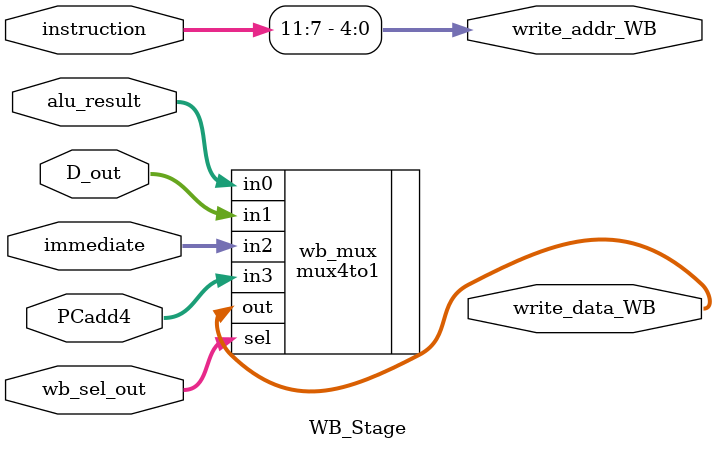
<source format=sv>
`timescale  1ns /1ps
module WB_Stage(
        input logic [31:0] instruction,
        input logic [31:0] PCadd4,
        input logic [31:0] alu_result,
        input logic [31:0] immediate,
        input logic [31:0] D_out,
        input logic [1:0] wb_sel_out,
        output logic [4:0] write_addr_WB,
        output logic [31:0] write_data_WB
);
    logic [31:0] PC_WB;
    assign PC_WB = PCadd4 - 4;
    assign write_addr_WB = instruction[11:7];

    mux4to1 wb_mux (
        .sel(wb_sel_out),
        .in0(alu_result),
        .in1(D_out),
        .in2(immediate),
        .in3(PCadd4),
        .out(write_data_WB)
    );
endmodule
</source>
